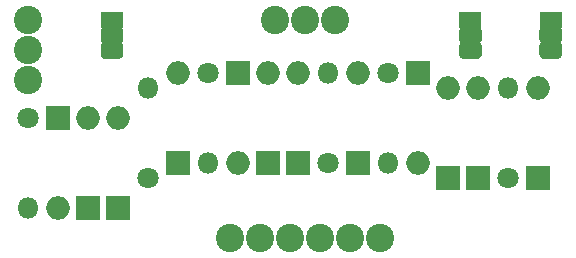
<source format=gbr>
G04 #@! TF.GenerationSoftware,KiCad,Pcbnew,(5.0.0)*
G04 #@! TF.CreationDate,2019-03-30T16:47:33+00:00*
G04 #@! TF.ProjectId,LS01,4C5330312E6B696361645F7063620000,rev?*
G04 #@! TF.SameCoordinates,Original*
G04 #@! TF.FileFunction,Soldermask,Bot*
G04 #@! TF.FilePolarity,Negative*
%FSLAX46Y46*%
G04 Gerber Fmt 4.6, Leading zero omitted, Abs format (unit mm)*
G04 Created by KiCad (PCBNEW (5.0.0)) date 03/30/19 16:47:33*
%MOMM*%
%LPD*%
G01*
G04 APERTURE LIST*
%ADD10C,2.400000*%
%ADD11C,1.800000*%
%ADD12O,1.800000X1.800000*%
%ADD13R,2.000000X2.000000*%
%ADD14O,2.000000X2.000000*%
%ADD15R,1.900000X1.450000*%
%ADD16C,0.100000*%
%ADD17C,1.450000*%
G04 APERTURE END LIST*
D10*
G04 #@! TO.C,J1*
X123190000Y-39941500D03*
X120650000Y-39941500D03*
X118110000Y-39941500D03*
X127000000Y-58356500D03*
X124460000Y-58356500D03*
X121920000Y-58356500D03*
X119380000Y-58356500D03*
X116840000Y-58356500D03*
X114300000Y-58356500D03*
X97155000Y-45021500D03*
X97155000Y-42481500D03*
X97155000Y-39941500D03*
G04 #@! TD*
D11*
G04 #@! TO.C,R1*
X97155000Y-48260000D03*
D12*
X97155000Y-55880000D03*
G04 #@! TD*
D13*
G04 #@! TO.C,D1*
X104775000Y-55880000D03*
D14*
X104775000Y-48260000D03*
G04 #@! TD*
D13*
G04 #@! TO.C,D2*
X109855000Y-52070000D03*
D14*
X109855000Y-44450000D03*
G04 #@! TD*
D13*
G04 #@! TO.C,D3*
X120015000Y-52070000D03*
D14*
X120015000Y-44450000D03*
G04 #@! TD*
D13*
G04 #@! TO.C,D4*
X125095000Y-52070000D03*
D14*
X125095000Y-44450000D03*
G04 #@! TD*
D13*
G04 #@! TO.C,D5*
X135255000Y-53340000D03*
D14*
X135255000Y-45720000D03*
G04 #@! TD*
D13*
G04 #@! TO.C,D6*
X140335000Y-53340000D03*
D14*
X140335000Y-45720000D03*
G04 #@! TD*
D13*
G04 #@! TO.C,D7*
X102235000Y-55880000D03*
D14*
X102235000Y-48260000D03*
G04 #@! TD*
D13*
G04 #@! TO.C,D8*
X99695000Y-48260000D03*
D14*
X99695000Y-55880000D03*
G04 #@! TD*
D13*
G04 #@! TO.C,D9*
X117475000Y-52070000D03*
D14*
X117475000Y-44450000D03*
G04 #@! TD*
D13*
G04 #@! TO.C,D10*
X114935000Y-44450000D03*
D14*
X114935000Y-52070000D03*
G04 #@! TD*
D13*
G04 #@! TO.C,D11*
X132715000Y-53340000D03*
D14*
X132715000Y-45720000D03*
G04 #@! TD*
D13*
G04 #@! TO.C,D12*
X130175000Y-44450000D03*
D14*
X130175000Y-52070000D03*
G04 #@! TD*
D11*
G04 #@! TO.C,R2*
X107315000Y-53340000D03*
D12*
X107315000Y-45720000D03*
G04 #@! TD*
D11*
G04 #@! TO.C,R3*
X112395000Y-44450000D03*
D12*
X112395000Y-52070000D03*
G04 #@! TD*
D11*
G04 #@! TO.C,R4*
X122555000Y-52070000D03*
D12*
X122555000Y-44450000D03*
G04 #@! TD*
D11*
G04 #@! TO.C,R5*
X127635000Y-44450000D03*
D12*
X127635000Y-52070000D03*
G04 #@! TD*
D11*
G04 #@! TO.C,R6*
X137795000Y-53340000D03*
D12*
X137795000Y-45720000D03*
G04 #@! TD*
D15*
G04 #@! TO.C,VT1*
X104267000Y-39941500D03*
D16*
G36*
X104890031Y-41758246D02*
X104925220Y-41763465D01*
X104959728Y-41772109D01*
X104993223Y-41784094D01*
X105025381Y-41799304D01*
X105055894Y-41817592D01*
X105084468Y-41838784D01*
X105110826Y-41862674D01*
X105134716Y-41889032D01*
X105155908Y-41917606D01*
X105174196Y-41948119D01*
X105189406Y-41980277D01*
X105201391Y-42013772D01*
X105210035Y-42048280D01*
X105215254Y-42083469D01*
X105217000Y-42119000D01*
X105217000Y-42844000D01*
X105215254Y-42879531D01*
X105210035Y-42914720D01*
X105201391Y-42949228D01*
X105189406Y-42982723D01*
X105174196Y-43014881D01*
X105155908Y-43045394D01*
X105134716Y-43073968D01*
X105110826Y-43100326D01*
X105084468Y-43124216D01*
X105055894Y-43145408D01*
X105025381Y-43163696D01*
X104993223Y-43178906D01*
X104959728Y-43190891D01*
X104925220Y-43199535D01*
X104890031Y-43204754D01*
X104854500Y-43206500D01*
X103679500Y-43206500D01*
X103643969Y-43204754D01*
X103608780Y-43199535D01*
X103574272Y-43190891D01*
X103540777Y-43178906D01*
X103508619Y-43163696D01*
X103478106Y-43145408D01*
X103449532Y-43124216D01*
X103423174Y-43100326D01*
X103399284Y-43073968D01*
X103378092Y-43045394D01*
X103359804Y-43014881D01*
X103344594Y-42982723D01*
X103332609Y-42949228D01*
X103323965Y-42914720D01*
X103318746Y-42879531D01*
X103317000Y-42844000D01*
X103317000Y-42119000D01*
X103318746Y-42083469D01*
X103323965Y-42048280D01*
X103332609Y-42013772D01*
X103344594Y-41980277D01*
X103359804Y-41948119D01*
X103378092Y-41917606D01*
X103399284Y-41889032D01*
X103423174Y-41862674D01*
X103449532Y-41838784D01*
X103478106Y-41817592D01*
X103508619Y-41799304D01*
X103540777Y-41784094D01*
X103574272Y-41772109D01*
X103608780Y-41763465D01*
X103643969Y-41758246D01*
X103679500Y-41756500D01*
X104854500Y-41756500D01*
X104890031Y-41758246D01*
X104890031Y-41758246D01*
G37*
D17*
X104267000Y-42481500D03*
D16*
G36*
X104890031Y-40488246D02*
X104925220Y-40493465D01*
X104959728Y-40502109D01*
X104993223Y-40514094D01*
X105025381Y-40529304D01*
X105055894Y-40547592D01*
X105084468Y-40568784D01*
X105110826Y-40592674D01*
X105134716Y-40619032D01*
X105155908Y-40647606D01*
X105174196Y-40678119D01*
X105189406Y-40710277D01*
X105201391Y-40743772D01*
X105210035Y-40778280D01*
X105215254Y-40813469D01*
X105217000Y-40849000D01*
X105217000Y-41574000D01*
X105215254Y-41609531D01*
X105210035Y-41644720D01*
X105201391Y-41679228D01*
X105189406Y-41712723D01*
X105174196Y-41744881D01*
X105155908Y-41775394D01*
X105134716Y-41803968D01*
X105110826Y-41830326D01*
X105084468Y-41854216D01*
X105055894Y-41875408D01*
X105025381Y-41893696D01*
X104993223Y-41908906D01*
X104959728Y-41920891D01*
X104925220Y-41929535D01*
X104890031Y-41934754D01*
X104854500Y-41936500D01*
X103679500Y-41936500D01*
X103643969Y-41934754D01*
X103608780Y-41929535D01*
X103574272Y-41920891D01*
X103540777Y-41908906D01*
X103508619Y-41893696D01*
X103478106Y-41875408D01*
X103449532Y-41854216D01*
X103423174Y-41830326D01*
X103399284Y-41803968D01*
X103378092Y-41775394D01*
X103359804Y-41744881D01*
X103344594Y-41712723D01*
X103332609Y-41679228D01*
X103323965Y-41644720D01*
X103318746Y-41609531D01*
X103317000Y-41574000D01*
X103317000Y-40849000D01*
X103318746Y-40813469D01*
X103323965Y-40778280D01*
X103332609Y-40743772D01*
X103344594Y-40710277D01*
X103359804Y-40678119D01*
X103378092Y-40647606D01*
X103399284Y-40619032D01*
X103423174Y-40592674D01*
X103449532Y-40568784D01*
X103478106Y-40547592D01*
X103508619Y-40529304D01*
X103540777Y-40514094D01*
X103574272Y-40502109D01*
X103608780Y-40493465D01*
X103643969Y-40488246D01*
X103679500Y-40486500D01*
X104854500Y-40486500D01*
X104890031Y-40488246D01*
X104890031Y-40488246D01*
G37*
D17*
X104267000Y-41211500D03*
G04 #@! TD*
D15*
G04 #@! TO.C,VT2*
X134620000Y-39941500D03*
D16*
G36*
X135243031Y-41758246D02*
X135278220Y-41763465D01*
X135312728Y-41772109D01*
X135346223Y-41784094D01*
X135378381Y-41799304D01*
X135408894Y-41817592D01*
X135437468Y-41838784D01*
X135463826Y-41862674D01*
X135487716Y-41889032D01*
X135508908Y-41917606D01*
X135527196Y-41948119D01*
X135542406Y-41980277D01*
X135554391Y-42013772D01*
X135563035Y-42048280D01*
X135568254Y-42083469D01*
X135570000Y-42119000D01*
X135570000Y-42844000D01*
X135568254Y-42879531D01*
X135563035Y-42914720D01*
X135554391Y-42949228D01*
X135542406Y-42982723D01*
X135527196Y-43014881D01*
X135508908Y-43045394D01*
X135487716Y-43073968D01*
X135463826Y-43100326D01*
X135437468Y-43124216D01*
X135408894Y-43145408D01*
X135378381Y-43163696D01*
X135346223Y-43178906D01*
X135312728Y-43190891D01*
X135278220Y-43199535D01*
X135243031Y-43204754D01*
X135207500Y-43206500D01*
X134032500Y-43206500D01*
X133996969Y-43204754D01*
X133961780Y-43199535D01*
X133927272Y-43190891D01*
X133893777Y-43178906D01*
X133861619Y-43163696D01*
X133831106Y-43145408D01*
X133802532Y-43124216D01*
X133776174Y-43100326D01*
X133752284Y-43073968D01*
X133731092Y-43045394D01*
X133712804Y-43014881D01*
X133697594Y-42982723D01*
X133685609Y-42949228D01*
X133676965Y-42914720D01*
X133671746Y-42879531D01*
X133670000Y-42844000D01*
X133670000Y-42119000D01*
X133671746Y-42083469D01*
X133676965Y-42048280D01*
X133685609Y-42013772D01*
X133697594Y-41980277D01*
X133712804Y-41948119D01*
X133731092Y-41917606D01*
X133752284Y-41889032D01*
X133776174Y-41862674D01*
X133802532Y-41838784D01*
X133831106Y-41817592D01*
X133861619Y-41799304D01*
X133893777Y-41784094D01*
X133927272Y-41772109D01*
X133961780Y-41763465D01*
X133996969Y-41758246D01*
X134032500Y-41756500D01*
X135207500Y-41756500D01*
X135243031Y-41758246D01*
X135243031Y-41758246D01*
G37*
D17*
X134620000Y-42481500D03*
D16*
G36*
X135243031Y-40488246D02*
X135278220Y-40493465D01*
X135312728Y-40502109D01*
X135346223Y-40514094D01*
X135378381Y-40529304D01*
X135408894Y-40547592D01*
X135437468Y-40568784D01*
X135463826Y-40592674D01*
X135487716Y-40619032D01*
X135508908Y-40647606D01*
X135527196Y-40678119D01*
X135542406Y-40710277D01*
X135554391Y-40743772D01*
X135563035Y-40778280D01*
X135568254Y-40813469D01*
X135570000Y-40849000D01*
X135570000Y-41574000D01*
X135568254Y-41609531D01*
X135563035Y-41644720D01*
X135554391Y-41679228D01*
X135542406Y-41712723D01*
X135527196Y-41744881D01*
X135508908Y-41775394D01*
X135487716Y-41803968D01*
X135463826Y-41830326D01*
X135437468Y-41854216D01*
X135408894Y-41875408D01*
X135378381Y-41893696D01*
X135346223Y-41908906D01*
X135312728Y-41920891D01*
X135278220Y-41929535D01*
X135243031Y-41934754D01*
X135207500Y-41936500D01*
X134032500Y-41936500D01*
X133996969Y-41934754D01*
X133961780Y-41929535D01*
X133927272Y-41920891D01*
X133893777Y-41908906D01*
X133861619Y-41893696D01*
X133831106Y-41875408D01*
X133802532Y-41854216D01*
X133776174Y-41830326D01*
X133752284Y-41803968D01*
X133731092Y-41775394D01*
X133712804Y-41744881D01*
X133697594Y-41712723D01*
X133685609Y-41679228D01*
X133676965Y-41644720D01*
X133671746Y-41609531D01*
X133670000Y-41574000D01*
X133670000Y-40849000D01*
X133671746Y-40813469D01*
X133676965Y-40778280D01*
X133685609Y-40743772D01*
X133697594Y-40710277D01*
X133712804Y-40678119D01*
X133731092Y-40647606D01*
X133752284Y-40619032D01*
X133776174Y-40592674D01*
X133802532Y-40568784D01*
X133831106Y-40547592D01*
X133861619Y-40529304D01*
X133893777Y-40514094D01*
X133927272Y-40502109D01*
X133961780Y-40493465D01*
X133996969Y-40488246D01*
X134032500Y-40486500D01*
X135207500Y-40486500D01*
X135243031Y-40488246D01*
X135243031Y-40488246D01*
G37*
D17*
X134620000Y-41211500D03*
G04 #@! TD*
D15*
G04 #@! TO.C,VT3*
X141414000Y-39941500D03*
D16*
G36*
X142037031Y-41758246D02*
X142072220Y-41763465D01*
X142106728Y-41772109D01*
X142140223Y-41784094D01*
X142172381Y-41799304D01*
X142202894Y-41817592D01*
X142231468Y-41838784D01*
X142257826Y-41862674D01*
X142281716Y-41889032D01*
X142302908Y-41917606D01*
X142321196Y-41948119D01*
X142336406Y-41980277D01*
X142348391Y-42013772D01*
X142357035Y-42048280D01*
X142362254Y-42083469D01*
X142364000Y-42119000D01*
X142364000Y-42844000D01*
X142362254Y-42879531D01*
X142357035Y-42914720D01*
X142348391Y-42949228D01*
X142336406Y-42982723D01*
X142321196Y-43014881D01*
X142302908Y-43045394D01*
X142281716Y-43073968D01*
X142257826Y-43100326D01*
X142231468Y-43124216D01*
X142202894Y-43145408D01*
X142172381Y-43163696D01*
X142140223Y-43178906D01*
X142106728Y-43190891D01*
X142072220Y-43199535D01*
X142037031Y-43204754D01*
X142001500Y-43206500D01*
X140826500Y-43206500D01*
X140790969Y-43204754D01*
X140755780Y-43199535D01*
X140721272Y-43190891D01*
X140687777Y-43178906D01*
X140655619Y-43163696D01*
X140625106Y-43145408D01*
X140596532Y-43124216D01*
X140570174Y-43100326D01*
X140546284Y-43073968D01*
X140525092Y-43045394D01*
X140506804Y-43014881D01*
X140491594Y-42982723D01*
X140479609Y-42949228D01*
X140470965Y-42914720D01*
X140465746Y-42879531D01*
X140464000Y-42844000D01*
X140464000Y-42119000D01*
X140465746Y-42083469D01*
X140470965Y-42048280D01*
X140479609Y-42013772D01*
X140491594Y-41980277D01*
X140506804Y-41948119D01*
X140525092Y-41917606D01*
X140546284Y-41889032D01*
X140570174Y-41862674D01*
X140596532Y-41838784D01*
X140625106Y-41817592D01*
X140655619Y-41799304D01*
X140687777Y-41784094D01*
X140721272Y-41772109D01*
X140755780Y-41763465D01*
X140790969Y-41758246D01*
X140826500Y-41756500D01*
X142001500Y-41756500D01*
X142037031Y-41758246D01*
X142037031Y-41758246D01*
G37*
D17*
X141414000Y-42481500D03*
D16*
G36*
X142037031Y-40488246D02*
X142072220Y-40493465D01*
X142106728Y-40502109D01*
X142140223Y-40514094D01*
X142172381Y-40529304D01*
X142202894Y-40547592D01*
X142231468Y-40568784D01*
X142257826Y-40592674D01*
X142281716Y-40619032D01*
X142302908Y-40647606D01*
X142321196Y-40678119D01*
X142336406Y-40710277D01*
X142348391Y-40743772D01*
X142357035Y-40778280D01*
X142362254Y-40813469D01*
X142364000Y-40849000D01*
X142364000Y-41574000D01*
X142362254Y-41609531D01*
X142357035Y-41644720D01*
X142348391Y-41679228D01*
X142336406Y-41712723D01*
X142321196Y-41744881D01*
X142302908Y-41775394D01*
X142281716Y-41803968D01*
X142257826Y-41830326D01*
X142231468Y-41854216D01*
X142202894Y-41875408D01*
X142172381Y-41893696D01*
X142140223Y-41908906D01*
X142106728Y-41920891D01*
X142072220Y-41929535D01*
X142037031Y-41934754D01*
X142001500Y-41936500D01*
X140826500Y-41936500D01*
X140790969Y-41934754D01*
X140755780Y-41929535D01*
X140721272Y-41920891D01*
X140687777Y-41908906D01*
X140655619Y-41893696D01*
X140625106Y-41875408D01*
X140596532Y-41854216D01*
X140570174Y-41830326D01*
X140546284Y-41803968D01*
X140525092Y-41775394D01*
X140506804Y-41744881D01*
X140491594Y-41712723D01*
X140479609Y-41679228D01*
X140470965Y-41644720D01*
X140465746Y-41609531D01*
X140464000Y-41574000D01*
X140464000Y-40849000D01*
X140465746Y-40813469D01*
X140470965Y-40778280D01*
X140479609Y-40743772D01*
X140491594Y-40710277D01*
X140506804Y-40678119D01*
X140525092Y-40647606D01*
X140546284Y-40619032D01*
X140570174Y-40592674D01*
X140596532Y-40568784D01*
X140625106Y-40547592D01*
X140655619Y-40529304D01*
X140687777Y-40514094D01*
X140721272Y-40502109D01*
X140755780Y-40493465D01*
X140790969Y-40488246D01*
X140826500Y-40486500D01*
X142001500Y-40486500D01*
X142037031Y-40488246D01*
X142037031Y-40488246D01*
G37*
D17*
X141414000Y-41211500D03*
G04 #@! TD*
M02*

</source>
